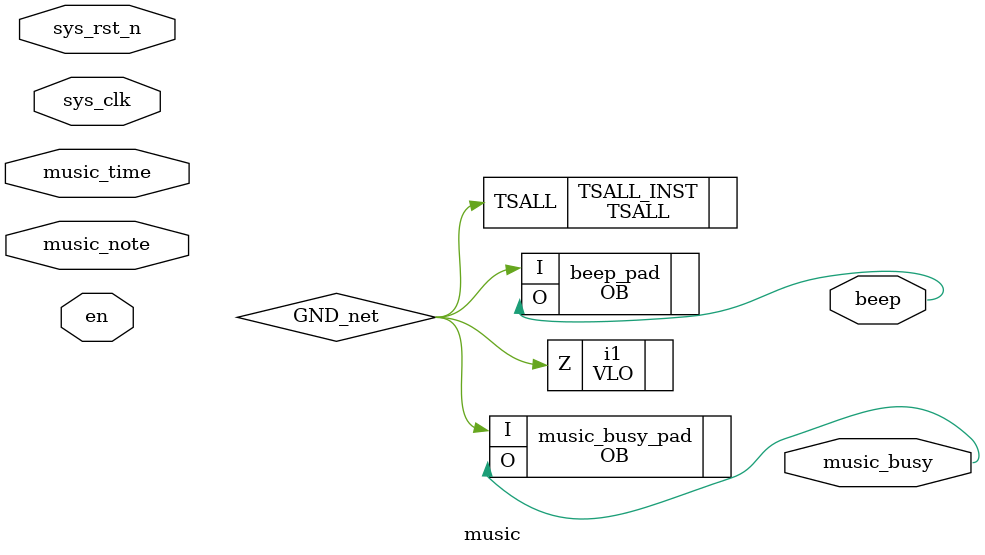
<source format=v>

module music (sys_clk, sys_rst_n, en, music_note, music_time, beep, 
            music_busy) /* synthesis syn_module_defined=1 */ ;   // c:/users/argon/desktop/verilog/test_bink/music.v(1[8:13])
    input sys_clk;   // c:/users/argon/desktop/verilog/test_bink/music.v(2[21:28])
    input sys_rst_n;   // c:/users/argon/desktop/verilog/test_bink/music.v(3[21:30])
    input en;   // c:/users/argon/desktop/verilog/test_bink/music.v(6[11:13])
    input [7:0]music_note;   // c:/users/argon/desktop/verilog/test_bink/music.v(7[15:25])
    input [7:0]music_time;   // c:/users/argon/desktop/verilog/test_bink/music.v(8[15:25])
    output beep;   // c:/users/argon/desktop/verilog/test_bink/music.v(10[11:15])
    output music_busy;   // c:/users/argon/desktop/verilog/test_bink/music.v(11[12:22])
    
    
    wire GND_net, VCC_net;
    
    VHI i76 (.Z(VCC_net));
    VLO i1 (.Z(GND_net));
    PUR PUR_INST (.PUR(VCC_net));
    defparam PUR_INST.RST_PULSE = 1;
    TSALL TSALL_INST (.TSALL(GND_net));
    GSR GSR_INST (.GSR(VCC_net));
    OB music_busy_pad (.I(GND_net), .O(music_busy));   // c:/users/argon/desktop/verilog/test_bink/music.v(11[12:22])
    OB beep_pad (.I(GND_net), .O(beep));   // c:/users/argon/desktop/verilog/test_bink/music.v(10[11:15])
    
endmodule
//
// Verilog Description of module PUR
// module not written out since it is a black-box. 
//

//
// Verilog Description of module TSALL
// module not written out since it is a black-box. 
//


</source>
